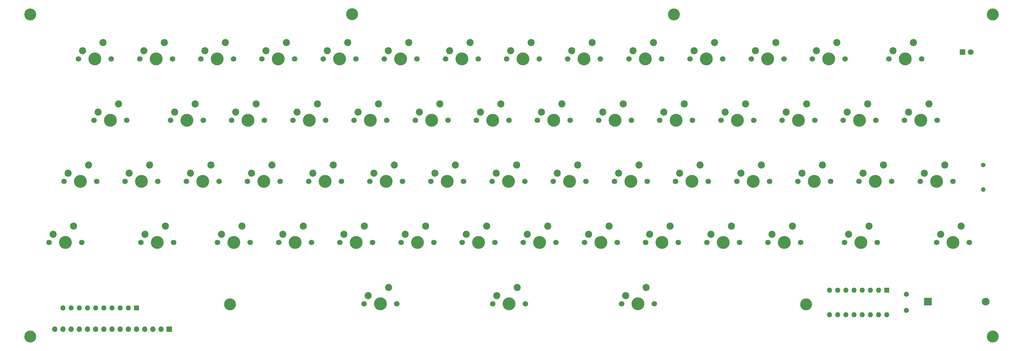
<source format=gbr>
%TF.GenerationSoftware,KiCad,Pcbnew,7.0.7*%
%TF.CreationDate,2024-01-28T23:49:53+00:00*%
%TF.ProjectId,Lynx-Keyboard,4c796e78-2d4b-4657-9962-6f6172642e6b,rev?*%
%TF.SameCoordinates,Original*%
%TF.FileFunction,Soldermask,Bot*%
%TF.FilePolarity,Negative*%
%FSLAX46Y46*%
G04 Gerber Fmt 4.6, Leading zero omitted, Abs format (unit mm)*
G04 Created by KiCad (PCBNEW 7.0.7) date 2024-01-28 23:49:53*
%MOMM*%
%LPD*%
G01*
G04 APERTURE LIST*
%ADD10C,3.700000*%
%ADD11R,1.800000X1.800000*%
%ADD12C,1.800000*%
%ADD13R,2.400000X2.400000*%
%ADD14O,2.400000X2.400000*%
%ADD15C,1.700000*%
%ADD16C,4.000000*%
%ADD17C,2.200000*%
%ADD18R,1.600000X1.600000*%
%ADD19O,1.600000X1.600000*%
%ADD20C,1.600000*%
%ADD21C,1.400000*%
%ADD22O,1.400000X1.400000*%
%ADD23R,1.700000X1.700000*%
%ADD24O,1.700000X1.700000*%
G04 APERTURE END LIST*
D10*
%TO.C,H8*%
X101000000Y-129000000D03*
%TD*%
%TO.C,H7*%
X280000000Y-129000000D03*
%TD*%
D11*
%TO.C,D18*%
X328600000Y-50690000D03*
D12*
X331140000Y-50690000D03*
%TD*%
D13*
%TO.C,C2*%
X317850000Y-128112500D03*
D14*
X335850000Y-128112500D03*
%TD*%
D10*
%TO.C,H6*%
X239000000Y-39000000D03*
%TD*%
%TO.C,H5*%
X139000000Y-38920000D03*
%TD*%
%TO.C,H4*%
X338000000Y-39000000D03*
%TD*%
%TO.C,H3*%
X39000000Y-39000000D03*
%TD*%
%TO.C,H2*%
X338000000Y-139000000D03*
%TD*%
%TO.C,H1*%
X39000000Y-139000000D03*
%TD*%
D15*
%TO.C,SW41*%
X68480000Y-90780000D03*
D16*
X73560000Y-90780000D03*
D15*
X78640000Y-90780000D03*
D17*
X76100000Y-85700000D03*
X69750000Y-88240000D03*
%TD*%
D15*
%TO.C,SW74*%
X305780000Y-52780000D03*
D16*
X310860000Y-52780000D03*
D15*
X315940000Y-52780000D03*
D17*
X313400000Y-47700000D03*
X307050000Y-50240000D03*
%TD*%
D15*
%TO.C,SW5*%
X167980000Y-52780000D03*
D16*
X173060000Y-52780000D03*
D15*
X178140000Y-52780000D03*
D17*
X175600000Y-47700000D03*
X169250000Y-50240000D03*
%TD*%
D15*
%TO.C,SW56*%
X201480000Y-90780000D03*
D16*
X206560000Y-90780000D03*
D15*
X211640000Y-90780000D03*
D17*
X209100000Y-85700000D03*
X202750000Y-88240000D03*
%TD*%
D15*
%TO.C,SW4*%
X148980000Y-52780000D03*
D16*
X154060000Y-52780000D03*
D15*
X159140000Y-52780000D03*
D17*
X156600000Y-47700000D03*
X150250000Y-50240000D03*
%TD*%
D15*
%TO.C,SW22*%
X120580000Y-71780000D03*
D16*
X125660000Y-71780000D03*
D15*
X130740000Y-71780000D03*
D17*
X128200000Y-66700000D03*
X121850000Y-69240000D03*
%TD*%
D15*
%TO.C,SW44*%
X163480000Y-90780000D03*
D16*
X168560000Y-90780000D03*
D15*
X173640000Y-90780000D03*
D17*
X171100000Y-85700000D03*
X164750000Y-88240000D03*
%TD*%
D15*
%TO.C,SW64*%
X154180000Y-109780000D03*
D16*
X159260000Y-109780000D03*
D15*
X164340000Y-109780000D03*
D17*
X161800000Y-104700000D03*
X155450000Y-107240000D03*
%TD*%
D15*
%TO.C,SW72*%
X142680000Y-128780000D03*
D16*
X147760000Y-128780000D03*
D15*
X152840000Y-128780000D03*
D17*
X150300000Y-123700000D03*
X143950000Y-126240000D03*
%TD*%
D15*
%TO.C,SW69*%
X268180000Y-109780000D03*
D16*
X273260000Y-109780000D03*
D15*
X278340000Y-109780000D03*
D17*
X275800000Y-104700000D03*
X269450000Y-107240000D03*
%TD*%
D15*
%TO.C,SW71*%
X73380000Y-109780000D03*
D16*
X78460000Y-109780000D03*
D15*
X83540000Y-109780000D03*
D17*
X81000000Y-104700000D03*
X74650000Y-107240000D03*
%TD*%
D15*
%TO.C,SW68*%
X249180000Y-109780000D03*
D16*
X254260000Y-109780000D03*
D15*
X259340000Y-109780000D03*
D17*
X256800000Y-104700000D03*
X250450000Y-107240000D03*
%TD*%
D15*
%TO.C,SW66*%
X211180000Y-109780000D03*
D16*
X216260000Y-109780000D03*
D15*
X221340000Y-109780000D03*
D17*
X218800000Y-104700000D03*
X212450000Y-107240000D03*
%TD*%
D15*
%TO.C,SW3*%
X91980000Y-52780000D03*
D16*
X97060000Y-52780000D03*
D15*
X102140000Y-52780000D03*
D17*
X99600000Y-47700000D03*
X93250000Y-50240000D03*
%TD*%
D15*
%TO.C,SW18*%
X253580000Y-71780000D03*
D16*
X258660000Y-71780000D03*
D15*
X263740000Y-71780000D03*
D17*
X261200000Y-66700000D03*
X254850000Y-69240000D03*
%TD*%
D15*
%TO.C,SW59*%
X277480000Y-90780000D03*
D16*
X282560000Y-90780000D03*
D15*
X287640000Y-90780000D03*
D17*
X285100000Y-85700000D03*
X278750000Y-88240000D03*
%TD*%
D18*
%TO.C,IC1*%
X305050000Y-124530000D03*
D19*
X302510000Y-124530000D03*
X299970000Y-124530000D03*
X297430000Y-124530000D03*
X294890000Y-124530000D03*
X292350000Y-124530000D03*
X289810000Y-124530000D03*
X287270000Y-124530000D03*
X287270000Y-132150000D03*
X289810000Y-132150000D03*
X292350000Y-132150000D03*
X294890000Y-132150000D03*
X297430000Y-132150000D03*
X299970000Y-132150000D03*
X302510000Y-132150000D03*
X305050000Y-132150000D03*
%TD*%
D15*
%TO.C,SW53*%
X87480000Y-90780000D03*
D16*
X92560000Y-90780000D03*
D15*
X97640000Y-90780000D03*
D17*
X95100000Y-85700000D03*
X88750000Y-88240000D03*
%TD*%
D15*
%TO.C,SW55*%
X173180000Y-109780000D03*
D16*
X178260000Y-109780000D03*
D15*
X183340000Y-109780000D03*
D17*
X180800000Y-104700000D03*
X174450000Y-107240000D03*
%TD*%
D15*
%TO.C,SW75*%
X291980000Y-109780000D03*
D16*
X297060000Y-109780000D03*
D15*
X302140000Y-109780000D03*
D17*
X299600000Y-104700000D03*
X293250000Y-107240000D03*
%TD*%
D15*
%TO.C,SW30*%
X296480000Y-90780000D03*
D16*
X301560000Y-90780000D03*
D15*
X306640000Y-90780000D03*
D17*
X304100000Y-85700000D03*
X297750000Y-88240000D03*
%TD*%
D15*
%TO.C,SW51*%
X49480000Y-90780000D03*
D16*
X54560000Y-90780000D03*
D15*
X59640000Y-90780000D03*
D17*
X57100000Y-85700000D03*
X50750000Y-88240000D03*
%TD*%
D15*
%TO.C,SW26*%
X196580000Y-71780000D03*
D16*
X201660000Y-71780000D03*
D15*
X206740000Y-71780000D03*
D17*
X204200000Y-66700000D03*
X197850000Y-69240000D03*
%TD*%
D15*
%TO.C,SW45*%
X192180000Y-109780000D03*
D16*
X197260000Y-109780000D03*
D15*
X202340000Y-109780000D03*
D17*
X199800000Y-104700000D03*
X193450000Y-107240000D03*
%TD*%
D20*
%TO.C,C1*%
X311190000Y-125830000D03*
X311190000Y-130830000D03*
%TD*%
D15*
%TO.C,SW15*%
X177580000Y-71780000D03*
D16*
X182660000Y-71780000D03*
D15*
X187740000Y-71780000D03*
D17*
X185200000Y-66700000D03*
X178850000Y-69240000D03*
%TD*%
D15*
%TO.C,SW42*%
X125480000Y-90780000D03*
D16*
X130560000Y-90780000D03*
D15*
X135640000Y-90780000D03*
D17*
X133100000Y-85700000D03*
X126750000Y-88240000D03*
%TD*%
D15*
%TO.C,SW2*%
X110980000Y-52780000D03*
D16*
X116060000Y-52780000D03*
D15*
X121140000Y-52780000D03*
D17*
X118600000Y-47700000D03*
X112250000Y-50240000D03*
%TD*%
D15*
%TO.C,SW54*%
X144480000Y-90780000D03*
D16*
X149560000Y-90780000D03*
D15*
X154640000Y-90780000D03*
D17*
X152100000Y-85700000D03*
X145750000Y-88240000D03*
%TD*%
D15*
%TO.C,SW23*%
X101580000Y-71780000D03*
D16*
X106660000Y-71780000D03*
D15*
X111740000Y-71780000D03*
D17*
X109200000Y-66700000D03*
X102850000Y-69240000D03*
%TD*%
D15*
%TO.C,SW25*%
X182480000Y-90780000D03*
D16*
X187560000Y-90780000D03*
D15*
X192640000Y-90780000D03*
D17*
X190100000Y-85700000D03*
X183750000Y-88240000D03*
%TD*%
D15*
%TO.C,SW6*%
X186980000Y-52780000D03*
D16*
X192060000Y-52780000D03*
D15*
X197140000Y-52780000D03*
D17*
X194600000Y-47700000D03*
X188250000Y-50240000D03*
%TD*%
D15*
%TO.C,SW63*%
X97180000Y-109780000D03*
D16*
X102260000Y-109780000D03*
D15*
X107340000Y-109780000D03*
D17*
X104800000Y-104700000D03*
X98450000Y-107240000D03*
%TD*%
D15*
%TO.C,SW65*%
X182680000Y-128780000D03*
D16*
X187760000Y-128780000D03*
D15*
X192840000Y-128780000D03*
D17*
X190300000Y-123700000D03*
X183950000Y-126240000D03*
%TD*%
D15*
%TO.C,SW24*%
X158580000Y-71780000D03*
D16*
X163660000Y-71780000D03*
D15*
X168740000Y-71780000D03*
D17*
X166200000Y-66700000D03*
X159850000Y-69240000D03*
%TD*%
D15*
%TO.C,SW28*%
X239480000Y-90780000D03*
D16*
X244560000Y-90780000D03*
D15*
X249640000Y-90780000D03*
D17*
X247100000Y-85700000D03*
X240750000Y-88240000D03*
%TD*%
D15*
%TO.C,SW29*%
X272580000Y-71780000D03*
D16*
X277660000Y-71780000D03*
D15*
X282740000Y-71780000D03*
D17*
X280200000Y-66700000D03*
X273850000Y-69240000D03*
%TD*%
D15*
%TO.C,SW70*%
X320580000Y-109780000D03*
D16*
X325660000Y-109780000D03*
D15*
X330740000Y-109780000D03*
D17*
X328200000Y-104700000D03*
X321850000Y-107240000D03*
%TD*%
D15*
%TO.C,SW16*%
X205980000Y-52780000D03*
D16*
X211060000Y-52780000D03*
D15*
X216140000Y-52780000D03*
D17*
X213600000Y-47700000D03*
X207250000Y-50240000D03*
%TD*%
D15*
%TO.C,SW60*%
X315480000Y-90780000D03*
D16*
X320560000Y-90780000D03*
D15*
X325640000Y-90780000D03*
D17*
X323100000Y-85700000D03*
X316750000Y-88240000D03*
%TD*%
D15*
%TO.C,SW43*%
X106480000Y-90780000D03*
D16*
X111560000Y-90780000D03*
D15*
X116640000Y-90780000D03*
D17*
X114100000Y-85700000D03*
X107750000Y-88240000D03*
%TD*%
D18*
%TO.C,RN1*%
X71960000Y-130080000D03*
D19*
X69420000Y-130080000D03*
X66880000Y-130080000D03*
X64340000Y-130080000D03*
X61800000Y-130080000D03*
X59260000Y-130080000D03*
X56720000Y-130080000D03*
X54180000Y-130080000D03*
X51640000Y-130080000D03*
X49100000Y-130080000D03*
%TD*%
D15*
%TO.C,SW13*%
X82580000Y-71780000D03*
D16*
X87660000Y-71780000D03*
D15*
X92740000Y-71780000D03*
D17*
X90200000Y-66700000D03*
X83850000Y-69240000D03*
%TD*%
D15*
%TO.C,SW1*%
X72980000Y-52780000D03*
D16*
X78060000Y-52780000D03*
D15*
X83140000Y-52780000D03*
D17*
X80600000Y-47700000D03*
X74250000Y-50240000D03*
%TD*%
D15*
%TO.C,SW62*%
X116180000Y-109780000D03*
D16*
X121260000Y-109780000D03*
D15*
X126340000Y-109780000D03*
D17*
X123800000Y-104700000D03*
X117450000Y-107240000D03*
%TD*%
D15*
%TO.C,SW7*%
X224980000Y-52780000D03*
D16*
X230060000Y-52780000D03*
D15*
X235140000Y-52780000D03*
D17*
X232600000Y-47700000D03*
X226250000Y-50240000D03*
%TD*%
D21*
%TO.C,R18*%
X335060000Y-85710000D03*
D22*
X335060000Y-93330000D03*
%TD*%
D15*
%TO.C,SW67*%
X230180000Y-109780000D03*
D16*
X235260000Y-109780000D03*
D15*
X240340000Y-109780000D03*
D17*
X237800000Y-104700000D03*
X231450000Y-107240000D03*
%TD*%
D15*
%TO.C,SW19*%
X281980000Y-52780000D03*
D16*
X287060000Y-52780000D03*
D15*
X292140000Y-52780000D03*
D17*
X289600000Y-47700000D03*
X283250000Y-50240000D03*
%TD*%
D15*
%TO.C,SW58*%
X258480000Y-90780000D03*
D16*
X263560000Y-90780000D03*
D15*
X268640000Y-90780000D03*
D17*
X266100000Y-85700000D03*
X259750000Y-88240000D03*
%TD*%
D15*
%TO.C,SW14*%
X139580000Y-71780000D03*
D16*
X144660000Y-71780000D03*
D15*
X149740000Y-71780000D03*
D17*
X147200000Y-66700000D03*
X140850000Y-69240000D03*
%TD*%
D15*
%TO.C,SW20*%
X291580000Y-71780000D03*
D16*
X296660000Y-71780000D03*
D15*
X301740000Y-71780000D03*
D17*
X299200000Y-66700000D03*
X292850000Y-69240000D03*
%TD*%
D15*
%TO.C,SW73*%
X222680000Y-128780000D03*
D16*
X227760000Y-128780000D03*
D15*
X232840000Y-128780000D03*
D17*
X230300000Y-123700000D03*
X223950000Y-126240000D03*
%TD*%
D15*
%TO.C,SW17*%
X215580000Y-71780000D03*
D16*
X220660000Y-71780000D03*
D15*
X225740000Y-71780000D03*
D17*
X223200000Y-66700000D03*
X216850000Y-69240000D03*
%TD*%
D15*
%TO.C,SW8*%
X243980000Y-52780000D03*
D16*
X249060000Y-52780000D03*
D15*
X254140000Y-52780000D03*
D17*
X251600000Y-47700000D03*
X245250000Y-50240000D03*
%TD*%
D23*
%TO.C,PL1*%
X82130000Y-136650000D03*
D24*
X79590000Y-136650000D03*
X77050000Y-136650000D03*
X74510000Y-136650000D03*
X71970000Y-136650000D03*
X69430000Y-136650000D03*
X66890000Y-136650000D03*
X64350000Y-136650000D03*
X61810000Y-136650000D03*
X59270000Y-136650000D03*
X56730000Y-136650000D03*
X54190000Y-136650000D03*
X51650000Y-136650000D03*
X49110000Y-136650000D03*
X46570000Y-136650000D03*
%TD*%
D15*
%TO.C,SW33*%
X58780000Y-71780000D03*
D16*
X63860000Y-71780000D03*
D15*
X68940000Y-71780000D03*
D17*
X66400000Y-66700000D03*
X60050000Y-69240000D03*
%TD*%
D15*
%TO.C,SW9*%
X262980000Y-52780000D03*
D16*
X268060000Y-52780000D03*
D15*
X273140000Y-52780000D03*
D17*
X270600000Y-47700000D03*
X264250000Y-50240000D03*
%TD*%
D15*
%TO.C,SW52*%
X135180000Y-109780000D03*
D16*
X140260000Y-109780000D03*
D15*
X145340000Y-109780000D03*
D17*
X142800000Y-104700000D03*
X136450000Y-107240000D03*
%TD*%
D15*
%TO.C,SW31*%
X53980000Y-52780000D03*
D16*
X59060000Y-52780000D03*
D15*
X64140000Y-52780000D03*
D17*
X61600000Y-47700000D03*
X55250000Y-50240000D03*
%TD*%
D15*
%TO.C,SW61*%
X44780000Y-109780000D03*
D16*
X49860000Y-109780000D03*
D15*
X54940000Y-109780000D03*
D17*
X52400000Y-104700000D03*
X46050000Y-107240000D03*
%TD*%
D15*
%TO.C,SW12*%
X129980000Y-52780000D03*
D16*
X135060000Y-52780000D03*
D15*
X140140000Y-52780000D03*
D17*
X137600000Y-47700000D03*
X131250000Y-50240000D03*
%TD*%
D15*
%TO.C,SW57*%
X220480000Y-90780000D03*
D16*
X225560000Y-90780000D03*
D15*
X230640000Y-90780000D03*
D17*
X228100000Y-85700000D03*
X221750000Y-88240000D03*
%TD*%
D15*
%TO.C,SW10*%
X310580000Y-71780000D03*
D16*
X315660000Y-71780000D03*
D15*
X320740000Y-71780000D03*
D17*
X318200000Y-66700000D03*
X311850000Y-69240000D03*
%TD*%
D15*
%TO.C,SW27*%
X234580000Y-71780000D03*
D16*
X239660000Y-71780000D03*
D15*
X244740000Y-71780000D03*
D17*
X242200000Y-66700000D03*
X235850000Y-69240000D03*
%TD*%
M02*

</source>
